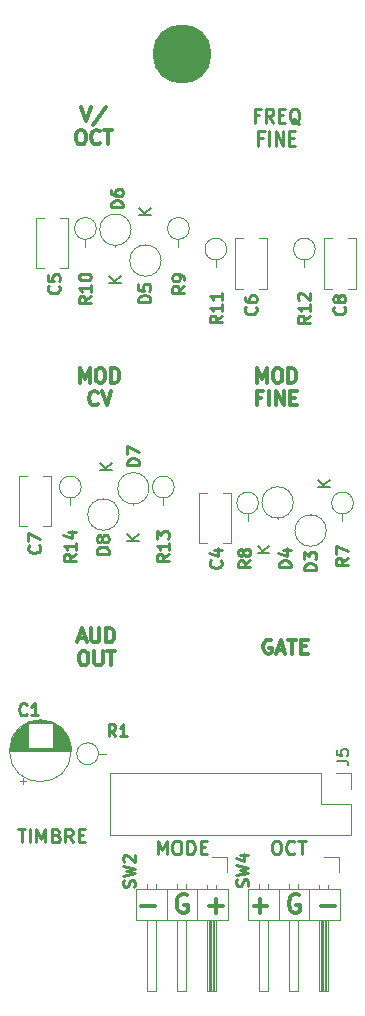
<source format=gto>
%TF.GenerationSoftware,KiCad,Pcbnew,(6.0.1)*%
%TF.CreationDate,2022-10-05T11:06:24-04:00*%
%TF.ProjectId,SYNTH-VCO_CTL-03,53594e54-482d-4564-934f-5f43544c2d30,1*%
%TF.SameCoordinates,Original*%
%TF.FileFunction,Legend,Top*%
%TF.FilePolarity,Positive*%
%FSLAX46Y46*%
G04 Gerber Fmt 4.6, Leading zero omitted, Abs format (unit mm)*
G04 Created by KiCad (PCBNEW (6.0.1)) date 2022-10-05 11:06:24*
%MOMM*%
%LPD*%
G01*
G04 APERTURE LIST*
%ADD10C,0.300000*%
%ADD11C,0.349250*%
%ADD12C,0.285750*%
%ADD13C,0.275000*%
%ADD14C,0.254000*%
%ADD15C,0.150000*%
%ADD16C,0.120000*%
%ADD17C,5.000000*%
G04 APERTURE END LIST*
D10*
X141525428Y-87676857D02*
X141525428Y-86476857D01*
X141925428Y-87334000D01*
X142325428Y-86476857D01*
X142325428Y-87676857D01*
X143125428Y-86476857D02*
X143354000Y-86476857D01*
X143468285Y-86534000D01*
X143582571Y-86648285D01*
X143639714Y-86876857D01*
X143639714Y-87276857D01*
X143582571Y-87505428D01*
X143468285Y-87619714D01*
X143354000Y-87676857D01*
X143125428Y-87676857D01*
X143011142Y-87619714D01*
X142896857Y-87505428D01*
X142839714Y-87276857D01*
X142839714Y-86876857D01*
X142896857Y-86648285D01*
X143011142Y-86534000D01*
X143125428Y-86476857D01*
X144154000Y-87676857D02*
X144154000Y-86476857D01*
X144439714Y-86476857D01*
X144611142Y-86534000D01*
X144725428Y-86648285D01*
X144782571Y-86762571D01*
X144839714Y-86991142D01*
X144839714Y-87162571D01*
X144782571Y-87391142D01*
X144725428Y-87505428D01*
X144611142Y-87619714D01*
X144439714Y-87676857D01*
X144154000Y-87676857D01*
X141868285Y-88980285D02*
X141468285Y-88980285D01*
X141468285Y-89608857D02*
X141468285Y-88408857D01*
X142039714Y-88408857D01*
X142496857Y-89608857D02*
X142496857Y-88408857D01*
X143068285Y-89608857D02*
X143068285Y-88408857D01*
X143754000Y-89608857D01*
X143754000Y-88408857D01*
X144325428Y-88980285D02*
X144725428Y-88980285D01*
X144896857Y-89608857D02*
X144325428Y-89608857D01*
X144325428Y-88408857D01*
X144896857Y-88408857D01*
D11*
X131706857Y-131962485D02*
X132868000Y-131962485D01*
X135553142Y-131062600D02*
X135408000Y-130987609D01*
X135190285Y-130987609D01*
X134972571Y-131062600D01*
X134827428Y-131212580D01*
X134754857Y-131362561D01*
X134682285Y-131662523D01*
X134682285Y-131887495D01*
X134754857Y-132187457D01*
X134827428Y-132337438D01*
X134972571Y-132487419D01*
X135190285Y-132562409D01*
X135335428Y-132562409D01*
X135553142Y-132487419D01*
X135625714Y-132412428D01*
X135625714Y-131887495D01*
X135335428Y-131887495D01*
X137440000Y-131962485D02*
X138601142Y-131962485D01*
X138020571Y-132562409D02*
X138020571Y-131362561D01*
D12*
X133085714Y-127617071D02*
X133085714Y-126474071D01*
X133466714Y-127290500D01*
X133847714Y-126474071D01*
X133847714Y-127617071D01*
X134609714Y-126474071D02*
X134827428Y-126474071D01*
X134936285Y-126528500D01*
X135045142Y-126637357D01*
X135099571Y-126855071D01*
X135099571Y-127236071D01*
X135045142Y-127453785D01*
X134936285Y-127562642D01*
X134827428Y-127617071D01*
X134609714Y-127617071D01*
X134500857Y-127562642D01*
X134392000Y-127453785D01*
X134337571Y-127236071D01*
X134337571Y-126855071D01*
X134392000Y-126637357D01*
X134500857Y-126528500D01*
X134609714Y-126474071D01*
X135589428Y-127617071D02*
X135589428Y-126474071D01*
X135861571Y-126474071D01*
X136024857Y-126528500D01*
X136133714Y-126637357D01*
X136188142Y-126746214D01*
X136242571Y-126963928D01*
X136242571Y-127127214D01*
X136188142Y-127344928D01*
X136133714Y-127453785D01*
X136024857Y-127562642D01*
X135861571Y-127617071D01*
X135589428Y-127617071D01*
X136732428Y-127018357D02*
X137113428Y-127018357D01*
X137276714Y-127617071D02*
X136732428Y-127617071D01*
X136732428Y-126474071D01*
X137276714Y-126474071D01*
D10*
X142704000Y-109500000D02*
X142589714Y-109442857D01*
X142418285Y-109442857D01*
X142246857Y-109500000D01*
X142132571Y-109614285D01*
X142075428Y-109728571D01*
X142018285Y-109957142D01*
X142018285Y-110128571D01*
X142075428Y-110357142D01*
X142132571Y-110471428D01*
X142246857Y-110585714D01*
X142418285Y-110642857D01*
X142532571Y-110642857D01*
X142704000Y-110585714D01*
X142761142Y-110528571D01*
X142761142Y-110128571D01*
X142532571Y-110128571D01*
X143218285Y-110300000D02*
X143789714Y-110300000D01*
X143104000Y-110642857D02*
X143504000Y-109442857D01*
X143904000Y-110642857D01*
X144132571Y-109442857D02*
X144818285Y-109442857D01*
X144475428Y-110642857D02*
X144475428Y-109442857D01*
X145218285Y-110014285D02*
X145618285Y-110014285D01*
X145789714Y-110642857D02*
X145218285Y-110642857D01*
X145218285Y-109442857D01*
X145789714Y-109442857D01*
D12*
X121242071Y-125474071D02*
X121895214Y-125474071D01*
X121568642Y-126617071D02*
X121568642Y-125474071D01*
X122276214Y-126617071D02*
X122276214Y-125474071D01*
X122820500Y-126617071D02*
X122820500Y-125474071D01*
X123201500Y-126290500D01*
X123582500Y-125474071D01*
X123582500Y-126617071D01*
X124507785Y-126018357D02*
X124671071Y-126072785D01*
X124725500Y-126127214D01*
X124779928Y-126236071D01*
X124779928Y-126399357D01*
X124725500Y-126508214D01*
X124671071Y-126562642D01*
X124562214Y-126617071D01*
X124126785Y-126617071D01*
X124126785Y-125474071D01*
X124507785Y-125474071D01*
X124616642Y-125528500D01*
X124671071Y-125582928D01*
X124725500Y-125691785D01*
X124725500Y-125800642D01*
X124671071Y-125909500D01*
X124616642Y-125963928D01*
X124507785Y-126018357D01*
X124126785Y-126018357D01*
X125922928Y-126617071D02*
X125541928Y-126072785D01*
X125269785Y-126617071D02*
X125269785Y-125474071D01*
X125705214Y-125474071D01*
X125814071Y-125528500D01*
X125868500Y-125582928D01*
X125922928Y-125691785D01*
X125922928Y-125855071D01*
X125868500Y-125963928D01*
X125814071Y-126018357D01*
X125705214Y-126072785D01*
X125269785Y-126072785D01*
X126412785Y-126018357D02*
X126793785Y-126018357D01*
X126957071Y-126617071D02*
X126412785Y-126617071D01*
X126412785Y-125474071D01*
X126957071Y-125474071D01*
D10*
X126386714Y-109334000D02*
X126958142Y-109334000D01*
X126272428Y-109676857D02*
X126672428Y-108476857D01*
X127072428Y-109676857D01*
X127472428Y-108476857D02*
X127472428Y-109448285D01*
X127529571Y-109562571D01*
X127586714Y-109619714D01*
X127701000Y-109676857D01*
X127929571Y-109676857D01*
X128043857Y-109619714D01*
X128101000Y-109562571D01*
X128158142Y-109448285D01*
X128158142Y-108476857D01*
X128729571Y-109676857D02*
X128729571Y-108476857D01*
X129015285Y-108476857D01*
X129186714Y-108534000D01*
X129301000Y-108648285D01*
X129358142Y-108762571D01*
X129415285Y-108991142D01*
X129415285Y-109162571D01*
X129358142Y-109391142D01*
X129301000Y-109505428D01*
X129186714Y-109619714D01*
X129015285Y-109676857D01*
X128729571Y-109676857D01*
X126701000Y-110408857D02*
X126929571Y-110408857D01*
X127043857Y-110466000D01*
X127158142Y-110580285D01*
X127215285Y-110808857D01*
X127215285Y-111208857D01*
X127158142Y-111437428D01*
X127043857Y-111551714D01*
X126929571Y-111608857D01*
X126701000Y-111608857D01*
X126586714Y-111551714D01*
X126472428Y-111437428D01*
X126415285Y-111208857D01*
X126415285Y-110808857D01*
X126472428Y-110580285D01*
X126586714Y-110466000D01*
X126701000Y-110408857D01*
X127729571Y-110408857D02*
X127729571Y-111380285D01*
X127786714Y-111494571D01*
X127843857Y-111551714D01*
X127958142Y-111608857D01*
X128186714Y-111608857D01*
X128301000Y-111551714D01*
X128358142Y-111494571D01*
X128415285Y-111380285D01*
X128415285Y-110408857D01*
X128815285Y-110408857D02*
X129501000Y-110408857D01*
X129158142Y-111608857D02*
X129158142Y-110408857D01*
X126618428Y-64366857D02*
X127018428Y-65566857D01*
X127418428Y-64366857D01*
X128675571Y-64309714D02*
X127647000Y-65852571D01*
X126475571Y-66298857D02*
X126704142Y-66298857D01*
X126818428Y-66356000D01*
X126932714Y-66470285D01*
X126989857Y-66698857D01*
X126989857Y-67098857D01*
X126932714Y-67327428D01*
X126818428Y-67441714D01*
X126704142Y-67498857D01*
X126475571Y-67498857D01*
X126361285Y-67441714D01*
X126247000Y-67327428D01*
X126189857Y-67098857D01*
X126189857Y-66698857D01*
X126247000Y-66470285D01*
X126361285Y-66356000D01*
X126475571Y-66298857D01*
X128189857Y-67384571D02*
X128132714Y-67441714D01*
X127961285Y-67498857D01*
X127847000Y-67498857D01*
X127675571Y-67441714D01*
X127561285Y-67327428D01*
X127504142Y-67213142D01*
X127447000Y-66984571D01*
X127447000Y-66813142D01*
X127504142Y-66584571D01*
X127561285Y-66470285D01*
X127675571Y-66356000D01*
X127847000Y-66298857D01*
X127961285Y-66298857D01*
X128132714Y-66356000D01*
X128189857Y-66413142D01*
X128532714Y-66298857D02*
X129218428Y-66298857D01*
X128875571Y-67498857D02*
X128875571Y-66298857D01*
D12*
X143038214Y-126474071D02*
X143255928Y-126474071D01*
X143364785Y-126528500D01*
X143473642Y-126637357D01*
X143528071Y-126855071D01*
X143528071Y-127236071D01*
X143473642Y-127453785D01*
X143364785Y-127562642D01*
X143255928Y-127617071D01*
X143038214Y-127617071D01*
X142929357Y-127562642D01*
X142820500Y-127453785D01*
X142766071Y-127236071D01*
X142766071Y-126855071D01*
X142820500Y-126637357D01*
X142929357Y-126528500D01*
X143038214Y-126474071D01*
X144671071Y-127508214D02*
X144616642Y-127562642D01*
X144453357Y-127617071D01*
X144344500Y-127617071D01*
X144181214Y-127562642D01*
X144072357Y-127453785D01*
X144017928Y-127344928D01*
X143963500Y-127127214D01*
X143963500Y-126963928D01*
X144017928Y-126746214D01*
X144072357Y-126637357D01*
X144181214Y-126528500D01*
X144344500Y-126474071D01*
X144453357Y-126474071D01*
X144616642Y-126528500D01*
X144671071Y-126582928D01*
X144997642Y-126474071D02*
X145650785Y-126474071D01*
X145324214Y-127617071D02*
X145324214Y-126474071D01*
D10*
X126525428Y-87676857D02*
X126525428Y-86476857D01*
X126925428Y-87334000D01*
X127325428Y-86476857D01*
X127325428Y-87676857D01*
X128125428Y-86476857D02*
X128354000Y-86476857D01*
X128468285Y-86534000D01*
X128582571Y-86648285D01*
X128639714Y-86876857D01*
X128639714Y-87276857D01*
X128582571Y-87505428D01*
X128468285Y-87619714D01*
X128354000Y-87676857D01*
X128125428Y-87676857D01*
X128011142Y-87619714D01*
X127896857Y-87505428D01*
X127839714Y-87276857D01*
X127839714Y-86876857D01*
X127896857Y-86648285D01*
X128011142Y-86534000D01*
X128125428Y-86476857D01*
X129154000Y-87676857D02*
X129154000Y-86476857D01*
X129439714Y-86476857D01*
X129611142Y-86534000D01*
X129725428Y-86648285D01*
X129782571Y-86762571D01*
X129839714Y-86991142D01*
X129839714Y-87162571D01*
X129782571Y-87391142D01*
X129725428Y-87505428D01*
X129611142Y-87619714D01*
X129439714Y-87676857D01*
X129154000Y-87676857D01*
X128011142Y-89494571D02*
X127954000Y-89551714D01*
X127782571Y-89608857D01*
X127668285Y-89608857D01*
X127496857Y-89551714D01*
X127382571Y-89437428D01*
X127325428Y-89323142D01*
X127268285Y-89094571D01*
X127268285Y-88923142D01*
X127325428Y-88694571D01*
X127382571Y-88580285D01*
X127496857Y-88466000D01*
X127668285Y-88408857D01*
X127782571Y-88408857D01*
X127954000Y-88466000D01*
X128011142Y-88523142D01*
X128354000Y-88408857D02*
X128754000Y-89608857D01*
X129154000Y-88408857D01*
D13*
X141687333Y-65048285D02*
X141320666Y-65048285D01*
X141320666Y-65676857D02*
X141320666Y-64476857D01*
X141844476Y-64476857D01*
X142892095Y-65676857D02*
X142525428Y-65105428D01*
X142263523Y-65676857D02*
X142263523Y-64476857D01*
X142682571Y-64476857D01*
X142787333Y-64534000D01*
X142839714Y-64591142D01*
X142892095Y-64705428D01*
X142892095Y-64876857D01*
X142839714Y-64991142D01*
X142787333Y-65048285D01*
X142682571Y-65105428D01*
X142263523Y-65105428D01*
X143363523Y-65048285D02*
X143730190Y-65048285D01*
X143887333Y-65676857D02*
X143363523Y-65676857D01*
X143363523Y-64476857D01*
X143887333Y-64476857D01*
X145092095Y-65791142D02*
X144987333Y-65734000D01*
X144882571Y-65619714D01*
X144725428Y-65448285D01*
X144620666Y-65391142D01*
X144515904Y-65391142D01*
X144568285Y-65676857D02*
X144463523Y-65619714D01*
X144358761Y-65505428D01*
X144306380Y-65276857D01*
X144306380Y-64876857D01*
X144358761Y-64648285D01*
X144463523Y-64534000D01*
X144568285Y-64476857D01*
X144777809Y-64476857D01*
X144882571Y-64534000D01*
X144987333Y-64648285D01*
X145039714Y-64876857D01*
X145039714Y-65276857D01*
X144987333Y-65505428D01*
X144882571Y-65619714D01*
X144777809Y-65676857D01*
X144568285Y-65676857D01*
X141975428Y-66980285D02*
X141608761Y-66980285D01*
X141608761Y-67608857D02*
X141608761Y-66408857D01*
X142132571Y-66408857D01*
X142551619Y-67608857D02*
X142551619Y-66408857D01*
X143075428Y-67608857D02*
X143075428Y-66408857D01*
X143704000Y-67608857D01*
X143704000Y-66408857D01*
X144227809Y-66980285D02*
X144594476Y-66980285D01*
X144751619Y-67608857D02*
X144227809Y-67608857D01*
X144227809Y-66408857D01*
X144751619Y-66408857D01*
D11*
X141206857Y-131962485D02*
X142368000Y-131962485D01*
X141787428Y-132562409D02*
X141787428Y-131362561D01*
X145053142Y-131062600D02*
X144908000Y-130987609D01*
X144690285Y-130987609D01*
X144472571Y-131062600D01*
X144327428Y-131212580D01*
X144254857Y-131362561D01*
X144182285Y-131662523D01*
X144182285Y-131887495D01*
X144254857Y-132187457D01*
X144327428Y-132337438D01*
X144472571Y-132487419D01*
X144690285Y-132562409D01*
X144835428Y-132562409D01*
X145053142Y-132487419D01*
X145125714Y-132412428D01*
X145125714Y-131887495D01*
X144835428Y-131887495D01*
X146940000Y-131962485D02*
X148101142Y-131962485D01*
D14*
%TO.C,R7*%
X149193619Y-102549333D02*
X148709809Y-102888000D01*
X149193619Y-103129904D02*
X148177619Y-103129904D01*
X148177619Y-102742857D01*
X148226000Y-102646095D01*
X148274380Y-102597714D01*
X148371142Y-102549333D01*
X148516285Y-102549333D01*
X148613047Y-102597714D01*
X148661428Y-102646095D01*
X148709809Y-102742857D01*
X148709809Y-103129904D01*
X148177619Y-102210666D02*
X148177619Y-101533333D01*
X149193619Y-101968761D01*
%TO.C,D5*%
X132468619Y-80871277D02*
X131452619Y-80871277D01*
X131452619Y-80629373D01*
X131501000Y-80484230D01*
X131597761Y-80387468D01*
X131694523Y-80339087D01*
X131888047Y-80290706D01*
X132033190Y-80290706D01*
X132226714Y-80339087D01*
X132323476Y-80387468D01*
X132420238Y-80484230D01*
X132468619Y-80629373D01*
X132468619Y-80871277D01*
X131452619Y-79371468D02*
X131452619Y-79855277D01*
X131936428Y-79903658D01*
X131888047Y-79855277D01*
X131839666Y-79758515D01*
X131839666Y-79516611D01*
X131888047Y-79419849D01*
X131936428Y-79371468D01*
X132033190Y-79323087D01*
X132275095Y-79323087D01*
X132371857Y-79371468D01*
X132420238Y-79419849D01*
X132468619Y-79516611D01*
X132468619Y-79758515D01*
X132420238Y-79855277D01*
X132371857Y-79903658D01*
D15*
X132544380Y-73490904D02*
X131544380Y-73490904D01*
X132544380Y-72919476D02*
X131972952Y-73348047D01*
X131544380Y-72919476D02*
X132115809Y-73490904D01*
D14*
%TO.C,D8*%
X128948619Y-102172904D02*
X127932619Y-102172904D01*
X127932619Y-101931000D01*
X127981000Y-101785857D01*
X128077761Y-101689095D01*
X128174523Y-101640714D01*
X128368047Y-101592333D01*
X128513190Y-101592333D01*
X128706714Y-101640714D01*
X128803476Y-101689095D01*
X128900238Y-101785857D01*
X128948619Y-101931000D01*
X128948619Y-102172904D01*
X128368047Y-101011761D02*
X128319666Y-101108523D01*
X128271285Y-101156904D01*
X128174523Y-101205285D01*
X128126142Y-101205285D01*
X128029380Y-101156904D01*
X127981000Y-101108523D01*
X127932619Y-101011761D01*
X127932619Y-100818238D01*
X127981000Y-100721476D01*
X128029380Y-100673095D01*
X128126142Y-100624714D01*
X128174523Y-100624714D01*
X128271285Y-100673095D01*
X128319666Y-100721476D01*
X128368047Y-100818238D01*
X128368047Y-101011761D01*
X128416428Y-101108523D01*
X128464809Y-101156904D01*
X128561571Y-101205285D01*
X128755095Y-101205285D01*
X128851857Y-101156904D01*
X128900238Y-101108523D01*
X128948619Y-101011761D01*
X128948619Y-100818238D01*
X128900238Y-100721476D01*
X128851857Y-100673095D01*
X128755095Y-100624714D01*
X128561571Y-100624714D01*
X128464809Y-100673095D01*
X128416428Y-100721476D01*
X128368047Y-100818238D01*
D15*
X129242380Y-95080904D02*
X128242380Y-95080904D01*
X129242380Y-94509476D02*
X128670952Y-94938047D01*
X128242380Y-94509476D02*
X128813809Y-95080904D01*
D14*
%TO.C,SW2*%
X131120249Y-130384664D02*
X131168630Y-130239521D01*
X131168630Y-129997617D01*
X131120249Y-129900855D01*
X131071868Y-129852474D01*
X130975106Y-129804093D01*
X130878344Y-129804093D01*
X130781582Y-129852474D01*
X130733201Y-129900855D01*
X130684820Y-129997617D01*
X130636439Y-130191140D01*
X130588058Y-130287902D01*
X130539677Y-130336283D01*
X130442915Y-130384664D01*
X130346153Y-130384664D01*
X130249391Y-130336283D01*
X130201011Y-130287902D01*
X130152630Y-130191140D01*
X130152630Y-129949236D01*
X130201011Y-129804093D01*
X130152630Y-129465426D02*
X131168630Y-129223521D01*
X130442915Y-129029998D01*
X131168630Y-128836474D01*
X130152630Y-128594569D01*
X130249391Y-128255902D02*
X130201011Y-128207521D01*
X130152630Y-128110759D01*
X130152630Y-127868855D01*
X130201011Y-127772093D01*
X130249391Y-127723712D01*
X130346153Y-127675331D01*
X130442915Y-127675331D01*
X130588058Y-127723712D01*
X131168630Y-128304283D01*
X131168630Y-127675331D01*
%TO.C,D6*%
X130138619Y-72835904D02*
X129122619Y-72835904D01*
X129122619Y-72594000D01*
X129171000Y-72448857D01*
X129267761Y-72352095D01*
X129364523Y-72303714D01*
X129558047Y-72255333D01*
X129703190Y-72255333D01*
X129896714Y-72303714D01*
X129993476Y-72352095D01*
X130090238Y-72448857D01*
X130138619Y-72594000D01*
X130138619Y-72835904D01*
X129122619Y-71384476D02*
X129122619Y-71578000D01*
X129171000Y-71674761D01*
X129219380Y-71723142D01*
X129364523Y-71819904D01*
X129558047Y-71868285D01*
X129945095Y-71868285D01*
X130041857Y-71819904D01*
X130090238Y-71771523D01*
X130138619Y-71674761D01*
X130138619Y-71481238D01*
X130090238Y-71384476D01*
X130041857Y-71336095D01*
X129945095Y-71287714D01*
X129703190Y-71287714D01*
X129606428Y-71336095D01*
X129558047Y-71384476D01*
X129509666Y-71481238D01*
X129509666Y-71674761D01*
X129558047Y-71771523D01*
X129606428Y-71819904D01*
X129703190Y-71868285D01*
D15*
X130004380Y-79205904D02*
X129004380Y-79205904D01*
X130004380Y-78634476D02*
X129432952Y-79063047D01*
X129004380Y-78634476D02*
X129575809Y-79205904D01*
D14*
%TO.C,R13*%
X134028619Y-102203142D02*
X133544809Y-102541809D01*
X134028619Y-102783714D02*
X133012619Y-102783714D01*
X133012619Y-102396666D01*
X133061000Y-102299904D01*
X133109380Y-102251523D01*
X133206142Y-102203142D01*
X133351285Y-102203142D01*
X133448047Y-102251523D01*
X133496428Y-102299904D01*
X133544809Y-102396666D01*
X133544809Y-102783714D01*
X134028619Y-101235523D02*
X134028619Y-101816095D01*
X134028619Y-101525809D02*
X133012619Y-101525809D01*
X133157761Y-101622571D01*
X133254523Y-101719333D01*
X133302904Y-101816095D01*
X133012619Y-100896857D02*
X133012619Y-100267904D01*
X133399666Y-100606571D01*
X133399666Y-100461428D01*
X133448047Y-100364666D01*
X133496428Y-100316285D01*
X133593190Y-100267904D01*
X133835095Y-100267904D01*
X133931857Y-100316285D01*
X133980238Y-100364666D01*
X134028619Y-100461428D01*
X134028619Y-100751714D01*
X133980238Y-100848476D01*
X133931857Y-100896857D01*
%TO.C,R12*%
X145968619Y-82033142D02*
X145484809Y-82371809D01*
X145968619Y-82613714D02*
X144952619Y-82613714D01*
X144952619Y-82226666D01*
X145001000Y-82129904D01*
X145049380Y-82081523D01*
X145146142Y-82033142D01*
X145291285Y-82033142D01*
X145388047Y-82081523D01*
X145436428Y-82129904D01*
X145484809Y-82226666D01*
X145484809Y-82613714D01*
X145968619Y-81065523D02*
X145968619Y-81646095D01*
X145968619Y-81355809D02*
X144952619Y-81355809D01*
X145097761Y-81452571D01*
X145194523Y-81549333D01*
X145242904Y-81646095D01*
X145049380Y-80678476D02*
X145001000Y-80630095D01*
X144952619Y-80533333D01*
X144952619Y-80291428D01*
X145001000Y-80194666D01*
X145049380Y-80146285D01*
X145146142Y-80097904D01*
X145242904Y-80097904D01*
X145388047Y-80146285D01*
X145968619Y-80726857D01*
X145968619Y-80097904D01*
%TO.C,C4*%
X138423857Y-102735333D02*
X138472238Y-102783714D01*
X138520619Y-102928857D01*
X138520619Y-103025619D01*
X138472238Y-103170761D01*
X138375476Y-103267523D01*
X138278714Y-103315904D01*
X138085190Y-103364285D01*
X137940047Y-103364285D01*
X137746523Y-103315904D01*
X137649761Y-103267523D01*
X137553000Y-103170761D01*
X137504619Y-103025619D01*
X137504619Y-102928857D01*
X137553000Y-102783714D01*
X137601380Y-102735333D01*
X137843285Y-101864476D02*
X138520619Y-101864476D01*
X137456238Y-102106380D02*
X138181952Y-102348285D01*
X138181952Y-101719333D01*
%TO.C,C5*%
X124707857Y-79494333D02*
X124756238Y-79542714D01*
X124804619Y-79687857D01*
X124804619Y-79784619D01*
X124756238Y-79929761D01*
X124659476Y-80026523D01*
X124562714Y-80074904D01*
X124369190Y-80123285D01*
X124224047Y-80123285D01*
X124030523Y-80074904D01*
X123933761Y-80026523D01*
X123837000Y-79929761D01*
X123788619Y-79784619D01*
X123788619Y-79687857D01*
X123837000Y-79542714D01*
X123885380Y-79494333D01*
X123788619Y-78575095D02*
X123788619Y-79058904D01*
X124272428Y-79107285D01*
X124224047Y-79058904D01*
X124175666Y-78962142D01*
X124175666Y-78720238D01*
X124224047Y-78623476D01*
X124272428Y-78575095D01*
X124369190Y-78526714D01*
X124611095Y-78526714D01*
X124707857Y-78575095D01*
X124756238Y-78623476D01*
X124804619Y-78720238D01*
X124804619Y-78962142D01*
X124756238Y-79058904D01*
X124707857Y-79107285D01*
%TO.C,SW4*%
X140722249Y-130327666D02*
X140770630Y-130182523D01*
X140770630Y-129940619D01*
X140722249Y-129843857D01*
X140673868Y-129795476D01*
X140577106Y-129747095D01*
X140480344Y-129747095D01*
X140383582Y-129795476D01*
X140335201Y-129843857D01*
X140286820Y-129940619D01*
X140238439Y-130134142D01*
X140190058Y-130230904D01*
X140141677Y-130279285D01*
X140044915Y-130327666D01*
X139948153Y-130327666D01*
X139851391Y-130279285D01*
X139803011Y-130230904D01*
X139754630Y-130134142D01*
X139754630Y-129892238D01*
X139803011Y-129747095D01*
X139754630Y-129408428D02*
X140770630Y-129166523D01*
X140044915Y-128973000D01*
X140770630Y-128779476D01*
X139754630Y-128537571D01*
X140093296Y-127715095D02*
X140770630Y-127715095D01*
X139706249Y-127957000D02*
X140431963Y-128198904D01*
X140431963Y-127569952D01*
%TO.C,D4*%
X144362619Y-103315904D02*
X143346619Y-103315904D01*
X143346619Y-103074000D01*
X143395000Y-102928857D01*
X143491761Y-102832095D01*
X143588523Y-102783714D01*
X143782047Y-102735333D01*
X143927190Y-102735333D01*
X144120714Y-102783714D01*
X144217476Y-102832095D01*
X144314238Y-102928857D01*
X144362619Y-103074000D01*
X144362619Y-103315904D01*
X143685285Y-101864476D02*
X144362619Y-101864476D01*
X143298238Y-102106380D02*
X144023952Y-102348285D01*
X144023952Y-101719333D01*
D15*
X142549380Y-102098532D02*
X141549380Y-102098532D01*
X142549380Y-101527104D02*
X141977952Y-101955675D01*
X141549380Y-101527104D02*
X142120809Y-102098532D01*
D14*
%TO.C,R8*%
X140933619Y-102735333D02*
X140449809Y-103074000D01*
X140933619Y-103315904D02*
X139917619Y-103315904D01*
X139917619Y-102928857D01*
X139966000Y-102832095D01*
X140014380Y-102783714D01*
X140111142Y-102735333D01*
X140256285Y-102735333D01*
X140353047Y-102783714D01*
X140401428Y-102832095D01*
X140449809Y-102928857D01*
X140449809Y-103315904D01*
X140353047Y-102154761D02*
X140304666Y-102251523D01*
X140256285Y-102299904D01*
X140159523Y-102348285D01*
X140111142Y-102348285D01*
X140014380Y-102299904D01*
X139966000Y-102251523D01*
X139917619Y-102154761D01*
X139917619Y-101961238D01*
X139966000Y-101864476D01*
X140014380Y-101816095D01*
X140111142Y-101767714D01*
X140159523Y-101767714D01*
X140256285Y-101816095D01*
X140304666Y-101864476D01*
X140353047Y-101961238D01*
X140353047Y-102154761D01*
X140401428Y-102251523D01*
X140449809Y-102299904D01*
X140546571Y-102348285D01*
X140740095Y-102348285D01*
X140836857Y-102299904D01*
X140885238Y-102251523D01*
X140933619Y-102154761D01*
X140933619Y-101961238D01*
X140885238Y-101864476D01*
X140836857Y-101816095D01*
X140740095Y-101767714D01*
X140546571Y-101767714D01*
X140449809Y-101816095D01*
X140401428Y-101864476D01*
X140353047Y-101961238D01*
%TO.C,R9*%
X135345619Y-79494333D02*
X134861809Y-79833000D01*
X135345619Y-80074904D02*
X134329619Y-80074904D01*
X134329619Y-79687857D01*
X134378000Y-79591095D01*
X134426380Y-79542714D01*
X134523142Y-79494333D01*
X134668285Y-79494333D01*
X134765047Y-79542714D01*
X134813428Y-79591095D01*
X134861809Y-79687857D01*
X134861809Y-80074904D01*
X135345619Y-79010523D02*
X135345619Y-78817000D01*
X135297238Y-78720238D01*
X135248857Y-78671857D01*
X135103714Y-78575095D01*
X134910190Y-78526714D01*
X134523142Y-78526714D01*
X134426380Y-78575095D01*
X134378000Y-78623476D01*
X134329619Y-78720238D01*
X134329619Y-78913761D01*
X134378000Y-79010523D01*
X134426380Y-79058904D01*
X134523142Y-79107285D01*
X134765047Y-79107285D01*
X134861809Y-79058904D01*
X134910190Y-79010523D01*
X134958571Y-78913761D01*
X134958571Y-78720238D01*
X134910190Y-78623476D01*
X134861809Y-78575095D01*
X134765047Y-78526714D01*
%TO.C,C7*%
X123056857Y-101465333D02*
X123105238Y-101513714D01*
X123153619Y-101658857D01*
X123153619Y-101755619D01*
X123105238Y-101900761D01*
X123008476Y-101997523D01*
X122911714Y-102045904D01*
X122718190Y-102094285D01*
X122573047Y-102094285D01*
X122379523Y-102045904D01*
X122282761Y-101997523D01*
X122186000Y-101900761D01*
X122137619Y-101755619D01*
X122137619Y-101658857D01*
X122186000Y-101513714D01*
X122234380Y-101465333D01*
X122137619Y-101126666D02*
X122137619Y-100449333D01*
X123153619Y-100884761D01*
%TO.C,D7*%
X131535619Y-94679904D02*
X130519619Y-94679904D01*
X130519619Y-94438000D01*
X130568000Y-94292857D01*
X130664761Y-94196095D01*
X130761523Y-94147714D01*
X130955047Y-94099333D01*
X131100190Y-94099333D01*
X131293714Y-94147714D01*
X131390476Y-94196095D01*
X131487238Y-94292857D01*
X131535619Y-94438000D01*
X131535619Y-94679904D01*
X130519619Y-93760666D02*
X130519619Y-93083333D01*
X131535619Y-93518761D01*
D15*
X131528380Y-101049904D02*
X130528380Y-101049904D01*
X131528380Y-100478476D02*
X130956952Y-100907047D01*
X130528380Y-100478476D02*
X131099809Y-101049904D01*
D14*
%TO.C,R1*%
X129509666Y-117630619D02*
X129171000Y-117146809D01*
X128929095Y-117630619D02*
X128929095Y-116614619D01*
X129316142Y-116614619D01*
X129412904Y-116663000D01*
X129461285Y-116711380D01*
X129509666Y-116808142D01*
X129509666Y-116953285D01*
X129461285Y-117050047D01*
X129412904Y-117098428D01*
X129316142Y-117146809D01*
X128929095Y-117146809D01*
X130477285Y-117630619D02*
X129896714Y-117630619D01*
X130187000Y-117630619D02*
X130187000Y-116614619D01*
X130090238Y-116759761D01*
X129993476Y-116856523D01*
X129896714Y-116904904D01*
%TO.C,D3*%
X146521619Y-103569904D02*
X145505619Y-103569904D01*
X145505619Y-103328000D01*
X145554000Y-103182857D01*
X145650761Y-103086095D01*
X145747523Y-103037714D01*
X145941047Y-102989333D01*
X146086190Y-102989333D01*
X146279714Y-103037714D01*
X146376476Y-103086095D01*
X146473238Y-103182857D01*
X146521619Y-103328000D01*
X146521619Y-103569904D01*
X145505619Y-102650666D02*
X145505619Y-102021714D01*
X145892666Y-102360380D01*
X145892666Y-102215238D01*
X145941047Y-102118476D01*
X145989428Y-102070095D01*
X146086190Y-102021714D01*
X146328095Y-102021714D01*
X146424857Y-102070095D01*
X146473238Y-102118476D01*
X146521619Y-102215238D01*
X146521619Y-102505523D01*
X146473238Y-102602285D01*
X146424857Y-102650666D01*
D15*
X147657380Y-96477904D02*
X146657380Y-96477904D01*
X147657380Y-95906476D02*
X147085952Y-96335047D01*
X146657380Y-95906476D02*
X147228809Y-96477904D01*
%TO.C,J5*%
X148231380Y-119708333D02*
X148945666Y-119708333D01*
X149088523Y-119755952D01*
X149183761Y-119851190D01*
X149231380Y-119994047D01*
X149231380Y-120089285D01*
X148231380Y-118755952D02*
X148231380Y-119232142D01*
X148707571Y-119279761D01*
X148659952Y-119232142D01*
X148612333Y-119136904D01*
X148612333Y-118898809D01*
X148659952Y-118803571D01*
X148707571Y-118755952D01*
X148802809Y-118708333D01*
X149040904Y-118708333D01*
X149136142Y-118755952D01*
X149183761Y-118803571D01*
X149231380Y-118898809D01*
X149231380Y-119136904D01*
X149183761Y-119232142D01*
X149136142Y-119279761D01*
D14*
%TO.C,R11*%
X138520619Y-82010142D02*
X138036809Y-82348809D01*
X138520619Y-82590714D02*
X137504619Y-82590714D01*
X137504619Y-82203666D01*
X137553000Y-82106904D01*
X137601380Y-82058523D01*
X137698142Y-82010142D01*
X137843285Y-82010142D01*
X137940047Y-82058523D01*
X137988428Y-82106904D01*
X138036809Y-82203666D01*
X138036809Y-82590714D01*
X138520619Y-81042523D02*
X138520619Y-81623095D01*
X138520619Y-81332809D02*
X137504619Y-81332809D01*
X137649761Y-81429571D01*
X137746523Y-81526333D01*
X137794904Y-81623095D01*
X138520619Y-80074904D02*
X138520619Y-80655476D01*
X138520619Y-80365190D02*
X137504619Y-80365190D01*
X137649761Y-80461952D01*
X137746523Y-80558714D01*
X137794904Y-80655476D01*
%TO.C,R14*%
X126153619Y-102203142D02*
X125669809Y-102541809D01*
X126153619Y-102783714D02*
X125137619Y-102783714D01*
X125137619Y-102396666D01*
X125186000Y-102299904D01*
X125234380Y-102251523D01*
X125331142Y-102203142D01*
X125476285Y-102203142D01*
X125573047Y-102251523D01*
X125621428Y-102299904D01*
X125669809Y-102396666D01*
X125669809Y-102783714D01*
X126153619Y-101235523D02*
X126153619Y-101816095D01*
X126153619Y-101525809D02*
X125137619Y-101525809D01*
X125282761Y-101622571D01*
X125379523Y-101719333D01*
X125427904Y-101816095D01*
X125476285Y-100364666D02*
X126153619Y-100364666D01*
X125089238Y-100606571D02*
X125814952Y-100848476D01*
X125814952Y-100219523D01*
%TO.C,C8*%
X148871857Y-81269333D02*
X148920238Y-81317714D01*
X148968619Y-81462857D01*
X148968619Y-81559619D01*
X148920238Y-81704761D01*
X148823476Y-81801523D01*
X148726714Y-81849904D01*
X148533190Y-81898285D01*
X148388047Y-81898285D01*
X148194523Y-81849904D01*
X148097761Y-81801523D01*
X148001000Y-81704761D01*
X147952619Y-81559619D01*
X147952619Y-81462857D01*
X148001000Y-81317714D01*
X148049380Y-81269333D01*
X148388047Y-80688761D02*
X148339666Y-80785523D01*
X148291285Y-80833904D01*
X148194523Y-80882285D01*
X148146142Y-80882285D01*
X148049380Y-80833904D01*
X148001000Y-80785523D01*
X147952619Y-80688761D01*
X147952619Y-80495238D01*
X148001000Y-80398476D01*
X148049380Y-80350095D01*
X148146142Y-80301714D01*
X148194523Y-80301714D01*
X148291285Y-80350095D01*
X148339666Y-80398476D01*
X148388047Y-80495238D01*
X148388047Y-80688761D01*
X148436428Y-80785523D01*
X148484809Y-80833904D01*
X148581571Y-80882285D01*
X148775095Y-80882285D01*
X148871857Y-80833904D01*
X148920238Y-80785523D01*
X148968619Y-80688761D01*
X148968619Y-80495238D01*
X148920238Y-80398476D01*
X148871857Y-80350095D01*
X148775095Y-80301714D01*
X148581571Y-80301714D01*
X148484809Y-80350095D01*
X148436428Y-80398476D01*
X148388047Y-80495238D01*
%TO.C,C1*%
X121984666Y-115757744D02*
X121936285Y-115806125D01*
X121791142Y-115854506D01*
X121694380Y-115854506D01*
X121549238Y-115806125D01*
X121452476Y-115709363D01*
X121404095Y-115612601D01*
X121355714Y-115419077D01*
X121355714Y-115273934D01*
X121404095Y-115080410D01*
X121452476Y-114983648D01*
X121549238Y-114886887D01*
X121694380Y-114838506D01*
X121791142Y-114838506D01*
X121936285Y-114886887D01*
X121984666Y-114935267D01*
X122952285Y-115854506D02*
X122371714Y-115854506D01*
X122662000Y-115854506D02*
X122662000Y-114838506D01*
X122565238Y-114983648D01*
X122468476Y-115080410D01*
X122371714Y-115128791D01*
%TO.C,R10*%
X127428619Y-80388828D02*
X126944809Y-80727495D01*
X127428619Y-80969400D02*
X126412619Y-80969400D01*
X126412619Y-80582352D01*
X126461000Y-80485590D01*
X126509380Y-80437209D01*
X126606142Y-80388828D01*
X126751285Y-80388828D01*
X126848047Y-80437209D01*
X126896428Y-80485590D01*
X126944809Y-80582352D01*
X126944809Y-80969400D01*
X127428619Y-79421209D02*
X127428619Y-80001781D01*
X127428619Y-79711495D02*
X126412619Y-79711495D01*
X126557761Y-79808257D01*
X126654523Y-79905019D01*
X126702904Y-80001781D01*
X126412619Y-78792257D02*
X126412619Y-78695495D01*
X126461000Y-78598733D01*
X126509380Y-78550352D01*
X126606142Y-78501971D01*
X126799666Y-78453590D01*
X127041571Y-78453590D01*
X127235095Y-78501971D01*
X127331857Y-78550352D01*
X127380238Y-78598733D01*
X127428619Y-78695495D01*
X127428619Y-78792257D01*
X127380238Y-78889019D01*
X127331857Y-78937400D01*
X127235095Y-78985781D01*
X127041571Y-79034162D01*
X126799666Y-79034162D01*
X126606142Y-78985781D01*
X126509380Y-78937400D01*
X126461000Y-78889019D01*
X126412619Y-78792257D01*
%TO.C,C6*%
X141371857Y-81269333D02*
X141420238Y-81317714D01*
X141468619Y-81462857D01*
X141468619Y-81559619D01*
X141420238Y-81704761D01*
X141323476Y-81801523D01*
X141226714Y-81849904D01*
X141033190Y-81898285D01*
X140888047Y-81898285D01*
X140694523Y-81849904D01*
X140597761Y-81801523D01*
X140501000Y-81704761D01*
X140452619Y-81559619D01*
X140452619Y-81462857D01*
X140501000Y-81317714D01*
X140549380Y-81269333D01*
X140452619Y-80398476D02*
X140452619Y-80592000D01*
X140501000Y-80688761D01*
X140549380Y-80737142D01*
X140694523Y-80833904D01*
X140888047Y-80882285D01*
X141275095Y-80882285D01*
X141371857Y-80833904D01*
X141420238Y-80785523D01*
X141468619Y-80688761D01*
X141468619Y-80495238D01*
X141420238Y-80398476D01*
X141371857Y-80350095D01*
X141275095Y-80301714D01*
X141033190Y-80301714D01*
X140936428Y-80350095D01*
X140888047Y-80398476D01*
X140839666Y-80495238D01*
X140839666Y-80688761D01*
X140888047Y-80785523D01*
X140936428Y-80833904D01*
X141033190Y-80882285D01*
D16*
%TO.C,R7*%
X148734000Y-98800000D02*
X148734000Y-99420000D01*
X149654000Y-97880000D02*
G75*
G03*
X149654000Y-97880000I-920000J0D01*
G01*
%TO.C,D5*%
X132049000Y-76023630D02*
X132049000Y-75910001D01*
X133375371Y-77350001D02*
G75*
G03*
X133375371Y-77350001I-1326371J0D01*
G01*
%TO.C,D8*%
X128489000Y-97527944D02*
X128489000Y-97414315D01*
X129815371Y-98854315D02*
G75*
G03*
X129815371Y-98854315I-1326371J0D01*
G01*
%TO.C,SW2*%
X134759000Y-139200000D02*
X134759000Y-133200000D01*
X131269000Y-133200000D02*
X139009000Y-133200000D01*
X132219000Y-139200000D02*
X132219000Y-133200000D01*
X137639000Y-133200000D02*
X137639000Y-139200000D01*
X137759000Y-133200000D02*
X137759000Y-139200000D01*
X132979000Y-139200000D02*
X132219000Y-139200000D01*
X138949000Y-127830000D02*
X138949000Y-129100000D01*
X137679000Y-127830000D02*
X138949000Y-127830000D01*
X138059000Y-133200000D02*
X138059000Y-139200000D01*
X137879000Y-133200000D02*
X137879000Y-139200000D01*
X137299000Y-139200000D02*
X137299000Y-133200000D01*
X137399000Y-133200000D02*
X137399000Y-139200000D01*
X137519000Y-133200000D02*
X137519000Y-139200000D01*
X138059000Y-139200000D02*
X137299000Y-139200000D01*
X132979000Y-130142929D02*
X132979000Y-130540000D01*
X136409000Y-130540000D02*
X136409000Y-133200000D01*
X132979000Y-133200000D02*
X132979000Y-139200000D01*
X137999000Y-133200000D02*
X137999000Y-139200000D01*
X134759000Y-130142929D02*
X134759000Y-130540000D01*
X132219000Y-130142929D02*
X132219000Y-130540000D01*
X139009000Y-133200000D02*
X139009000Y-130540000D01*
X138059000Y-130210000D02*
X138059000Y-130540000D01*
X135519000Y-139200000D02*
X134759000Y-139200000D01*
X135519000Y-130142929D02*
X135519000Y-130540000D01*
X135519000Y-133200000D02*
X135519000Y-139200000D01*
X131269000Y-130540000D02*
X131269000Y-133200000D01*
X139009000Y-130540000D02*
X131269000Y-130540000D01*
X133869000Y-130540000D02*
X133869000Y-133200000D01*
X137299000Y-130210000D02*
X137299000Y-130540000D01*
%TO.C,D6*%
X129509000Y-76062057D02*
X129509000Y-76175686D01*
X130835371Y-74735686D02*
G75*
G03*
X130835371Y-74735686I-1326371J0D01*
G01*
%TO.C,R13*%
X133569000Y-97440000D02*
X133569000Y-98060000D01*
X134489000Y-96520000D02*
G75*
G03*
X134489000Y-96520000I-920000J0D01*
G01*
%TO.C,R12*%
X145509000Y-77300000D02*
X145509000Y-77920000D01*
X146429000Y-76380000D02*
G75*
G03*
X146429000Y-76380000I-920000J0D01*
G01*
%TO.C,C4*%
X136569000Y-97010000D02*
X137274000Y-97010000D01*
X139309000Y-101250000D02*
X139309000Y-97010000D01*
X136569000Y-101250000D02*
X136569000Y-97010000D01*
X138604000Y-101250000D02*
X139309000Y-101250000D01*
X136569000Y-101250000D02*
X137274000Y-101250000D01*
X138604000Y-97010000D02*
X139309000Y-97010000D01*
%TO.C,C5*%
X122784000Y-77970000D02*
X123489000Y-77970000D01*
X122784000Y-73730000D02*
X123489000Y-73730000D01*
X124819000Y-77970000D02*
X125524000Y-77970000D01*
X124819000Y-73730000D02*
X125524000Y-73730000D01*
X125524000Y-77970000D02*
X125524000Y-73730000D01*
X122784000Y-77970000D02*
X122784000Y-73730000D01*
%TO.C,SW4*%
X146774000Y-139200000D02*
X146774000Y-133200000D01*
X140744000Y-130540000D02*
X140744000Y-133200000D01*
X147534000Y-139200000D02*
X146774000Y-139200000D01*
X148424000Y-127830000D02*
X148424000Y-129100000D01*
X145884000Y-130540000D02*
X145884000Y-133200000D01*
X144994000Y-130142929D02*
X144994000Y-130540000D01*
X148484000Y-133200000D02*
X148484000Y-130540000D01*
X140744000Y-133200000D02*
X148484000Y-133200000D01*
X147114000Y-133200000D02*
X147114000Y-139200000D01*
X148484000Y-130540000D02*
X140744000Y-130540000D01*
X147354000Y-133200000D02*
X147354000Y-139200000D01*
X144994000Y-139200000D02*
X144234000Y-139200000D01*
X141694000Y-139200000D02*
X141694000Y-133200000D01*
X142454000Y-139200000D02*
X141694000Y-139200000D01*
X147234000Y-133200000D02*
X147234000Y-139200000D01*
X146774000Y-130210000D02*
X146774000Y-130540000D01*
X142454000Y-133200000D02*
X142454000Y-139200000D01*
X147154000Y-127830000D02*
X148424000Y-127830000D01*
X147474000Y-133200000D02*
X147474000Y-139200000D01*
X144234000Y-130142929D02*
X144234000Y-130540000D01*
X146994000Y-133200000D02*
X146994000Y-139200000D01*
X147534000Y-130210000D02*
X147534000Y-130540000D01*
X144234000Y-139200000D02*
X144234000Y-133200000D01*
X146874000Y-133200000D02*
X146874000Y-139200000D01*
X144994000Y-133200000D02*
X144994000Y-139200000D01*
X143344000Y-130540000D02*
X143344000Y-133200000D01*
X141694000Y-130142929D02*
X141694000Y-130540000D01*
X142454000Y-130142929D02*
X142454000Y-130540000D01*
X147534000Y-133200000D02*
X147534000Y-139200000D01*
%TO.C,D4*%
X143240000Y-99156371D02*
X143240000Y-99270000D01*
X144566371Y-97830000D02*
G75*
G03*
X144566371Y-97830000I-1326371J0D01*
G01*
%TO.C,R8*%
X140700000Y-98800000D02*
X140700000Y-99420000D01*
X141620000Y-97880000D02*
G75*
G03*
X141620000Y-97880000I-920000J0D01*
G01*
%TO.C,R9*%
X134843000Y-75550000D02*
X134843000Y-76170000D01*
X135763000Y-74630000D02*
G75*
G03*
X135763000Y-74630000I-920000J0D01*
G01*
%TO.C,C7*%
X121329000Y-99860000D02*
X121329000Y-95620000D01*
X121329000Y-95620000D02*
X122034000Y-95620000D01*
X123364000Y-99860000D02*
X124069000Y-99860000D01*
X121329000Y-99860000D02*
X122034000Y-99860000D01*
X123364000Y-95620000D02*
X124069000Y-95620000D01*
X124069000Y-99860000D02*
X124069000Y-95620000D01*
%TO.C,D7*%
X131029000Y-97952057D02*
X131029000Y-98065686D01*
X132355371Y-96625686D02*
G75*
G03*
X132355371Y-96625686I-1326371J0D01*
G01*
%TO.C,R1*%
X128074000Y-119100000D02*
X128694000Y-119100000D01*
X128074000Y-119100000D02*
G75*
G03*
X128074000Y-119100000I-920000J0D01*
G01*
%TO.C,D3*%
X146034000Y-98887944D02*
X146034000Y-98774315D01*
X147360371Y-100214315D02*
G75*
G03*
X147360371Y-100214315I-1326371J0D01*
G01*
%TO.C,J5*%
X146884000Y-120770000D02*
X146884000Y-123370000D01*
X149484000Y-125970000D02*
X129044000Y-125970000D01*
X149484000Y-123370000D02*
X149484000Y-125970000D01*
X148154000Y-120770000D02*
X149484000Y-120770000D01*
X146884000Y-123370000D02*
X149484000Y-123370000D01*
X129044000Y-120770000D02*
X129044000Y-125970000D01*
X146884000Y-120770000D02*
X129044000Y-120770000D01*
X149484000Y-120770000D02*
X149484000Y-122100000D01*
%TO.C,R11*%
X138009000Y-77300000D02*
X138009000Y-77920000D01*
X138929000Y-76380000D02*
G75*
G03*
X138929000Y-76380000I-920000J0D01*
G01*
%TO.C,R14*%
X125694000Y-97440000D02*
X125694000Y-98060000D01*
X126614000Y-96520000D02*
G75*
G03*
X126614000Y-96520000I-920000J0D01*
G01*
%TO.C,C8*%
X149174000Y-75480000D02*
X149879000Y-75480000D01*
X147139000Y-79720000D02*
X147844000Y-79720000D01*
X149879000Y-79720000D02*
X149879000Y-75480000D01*
X149174000Y-79720000D02*
X149879000Y-79720000D01*
X147139000Y-79720000D02*
X147139000Y-75480000D01*
X147139000Y-75480000D02*
X147844000Y-75480000D01*
%TO.C,C1*%
X122056000Y-116489000D02*
X124252000Y-116489000D01*
X120576000Y-118730000D02*
X125732000Y-118730000D01*
X121654000Y-116729000D02*
X122114000Y-116729000D01*
X124194000Y-116809000D02*
X124759000Y-116809000D01*
X120740000Y-117929000D02*
X122114000Y-117929000D01*
X124194000Y-117369000D02*
X125276000Y-117369000D01*
X120756000Y-117889000D02*
X122114000Y-117889000D01*
X124194000Y-116729000D02*
X124654000Y-116729000D01*
X124194000Y-117689000D02*
X125464000Y-117689000D01*
X120598000Y-118490000D02*
X122114000Y-118490000D01*
X121903000Y-116569000D02*
X122114000Y-116569000D01*
X122477000Y-116329000D02*
X123831000Y-116329000D01*
X124194000Y-118530000D02*
X125715000Y-118530000D01*
X121253000Y-117089000D02*
X122114000Y-117089000D01*
X120581000Y-118650000D02*
X125727000Y-118650000D01*
X124194000Y-118330000D02*
X125682000Y-118330000D01*
X120626000Y-118330000D02*
X122114000Y-118330000D01*
X124194000Y-118049000D02*
X125609000Y-118049000D01*
X120886000Y-117609000D02*
X122114000Y-117609000D01*
X124194000Y-118290000D02*
X125674000Y-118290000D01*
X124194000Y-118370000D02*
X125690000Y-118370000D01*
X124194000Y-118089000D02*
X125622000Y-118089000D01*
X120712000Y-118009000D02*
X122114000Y-118009000D01*
X124194000Y-117049000D02*
X125018000Y-117049000D01*
X124194000Y-116929000D02*
X124897000Y-116929000D01*
X121501000Y-116849000D02*
X122114000Y-116849000D01*
X120618000Y-118370000D02*
X122114000Y-118370000D01*
X124194000Y-117609000D02*
X125422000Y-117609000D01*
X124194000Y-117809000D02*
X125519000Y-117809000D01*
X120789000Y-117809000D02*
X122114000Y-117809000D01*
X120574000Y-118810000D02*
X125734000Y-118810000D01*
X124194000Y-117249000D02*
X125189000Y-117249000D01*
X124194000Y-116609000D02*
X124473000Y-116609000D01*
X121679000Y-121654775D02*
X121679000Y-121154775D01*
X121059000Y-117329000D02*
X122114000Y-117329000D01*
X124194000Y-118490000D02*
X125710000Y-118490000D01*
X121429000Y-121404775D02*
X121929000Y-121404775D01*
X124194000Y-117569000D02*
X125401000Y-117569000D01*
X121005000Y-117409000D02*
X122114000Y-117409000D01*
X121328000Y-117009000D02*
X122114000Y-117009000D01*
X124194000Y-118129000D02*
X125634000Y-118129000D01*
X124194000Y-117769000D02*
X125502000Y-117769000D01*
X120907000Y-117569000D02*
X122114000Y-117569000D01*
X120604000Y-118450000D02*
X122114000Y-118450000D01*
X121183000Y-117169000D02*
X122114000Y-117169000D01*
X124194000Y-117169000D02*
X125125000Y-117169000D01*
X121089000Y-117289000D02*
X122114000Y-117289000D01*
X120844000Y-117689000D02*
X122114000Y-117689000D01*
X121150000Y-117209000D02*
X122114000Y-117209000D01*
X124194000Y-117409000D02*
X125303000Y-117409000D01*
X121549000Y-116809000D02*
X122114000Y-116809000D01*
X120686000Y-118089000D02*
X122114000Y-118089000D01*
X120593000Y-118530000D02*
X122114000Y-118530000D01*
X124194000Y-117649000D02*
X125444000Y-117649000D01*
X120864000Y-117649000D02*
X122114000Y-117649000D01*
X120575000Y-118770000D02*
X125733000Y-118770000D01*
X121711000Y-116689000D02*
X122114000Y-116689000D01*
X124194000Y-117209000D02*
X125158000Y-117209000D01*
X124194000Y-117289000D02*
X125219000Y-117289000D01*
X120653000Y-118210000D02*
X122114000Y-118210000D01*
X124194000Y-116849000D02*
X124807000Y-116849000D01*
X124194000Y-116689000D02*
X124597000Y-116689000D01*
X124194000Y-118210000D02*
X125655000Y-118210000D01*
X124194000Y-117089000D02*
X125055000Y-117089000D01*
X124194000Y-117889000D02*
X125552000Y-117889000D01*
X124194000Y-118170000D02*
X125645000Y-118170000D01*
X120574000Y-118850000D02*
X125734000Y-118850000D01*
X120772000Y-117849000D02*
X122114000Y-117849000D01*
X122636000Y-116289000D02*
X123672000Y-116289000D01*
X124194000Y-116569000D02*
X124405000Y-116569000D01*
X121771000Y-116649000D02*
X122114000Y-116649000D01*
X120954000Y-117489000D02*
X122114000Y-117489000D01*
X120699000Y-118049000D02*
X122114000Y-118049000D01*
X120930000Y-117529000D02*
X122114000Y-117529000D01*
X124194000Y-118610000D02*
X125723000Y-118610000D01*
X121032000Y-117369000D02*
X122114000Y-117369000D01*
X124194000Y-116889000D02*
X124853000Y-116889000D01*
X124194000Y-116649000D02*
X124537000Y-116649000D01*
X120634000Y-118290000D02*
X122114000Y-118290000D01*
X121411000Y-116929000D02*
X122114000Y-116929000D01*
X124194000Y-118570000D02*
X125719000Y-118570000D01*
X124194000Y-117529000D02*
X125378000Y-117529000D01*
X121369000Y-116969000D02*
X122114000Y-116969000D01*
X121217000Y-117129000D02*
X122114000Y-117129000D01*
X120578000Y-118690000D02*
X125730000Y-118690000D01*
X121290000Y-117049000D02*
X122114000Y-117049000D01*
X121835000Y-116609000D02*
X122114000Y-116609000D01*
X124194000Y-118450000D02*
X125704000Y-118450000D01*
X124194000Y-117849000D02*
X125536000Y-117849000D01*
X120674000Y-118129000D02*
X122114000Y-118129000D01*
X120979000Y-117449000D02*
X122114000Y-117449000D01*
X120663000Y-118170000D02*
X122114000Y-118170000D01*
X124194000Y-116969000D02*
X124939000Y-116969000D01*
X124194000Y-117009000D02*
X124980000Y-117009000D01*
X121455000Y-116889000D02*
X122114000Y-116889000D01*
X120726000Y-117969000D02*
X122114000Y-117969000D01*
X124194000Y-117129000D02*
X125091000Y-117129000D01*
X124194000Y-118410000D02*
X125697000Y-118410000D01*
X120589000Y-118570000D02*
X122114000Y-118570000D01*
X120825000Y-117729000D02*
X122114000Y-117729000D01*
X124194000Y-118250000D02*
X125665000Y-118250000D01*
X124194000Y-117489000D02*
X125354000Y-117489000D01*
X120643000Y-118250000D02*
X122114000Y-118250000D01*
X120611000Y-118410000D02*
X122114000Y-118410000D01*
X124194000Y-116769000D02*
X124708000Y-116769000D01*
X121600000Y-116769000D02*
X122114000Y-116769000D01*
X120806000Y-117769000D02*
X122114000Y-117769000D01*
X122239000Y-116409000D02*
X124069000Y-116409000D01*
X122143000Y-116449000D02*
X124165000Y-116449000D01*
X124194000Y-117729000D02*
X125483000Y-117729000D01*
X121119000Y-117249000D02*
X122114000Y-117249000D01*
X122349000Y-116369000D02*
X123959000Y-116369000D01*
X121976000Y-116529000D02*
X124332000Y-116529000D01*
X124194000Y-118009000D02*
X125596000Y-118009000D01*
X124194000Y-117969000D02*
X125582000Y-117969000D01*
X124194000Y-117329000D02*
X125249000Y-117329000D01*
X120585000Y-118610000D02*
X122114000Y-118610000D01*
X124194000Y-117929000D02*
X125568000Y-117929000D01*
X124194000Y-117449000D02*
X125329000Y-117449000D01*
X122870000Y-116249000D02*
X123438000Y-116249000D01*
X125774000Y-118850000D02*
G75*
G03*
X125774000Y-118850000I-2620000J0D01*
G01*
%TO.C,R10*%
X126969000Y-75550000D02*
X126969000Y-76170000D01*
X127889000Y-74630000D02*
G75*
G03*
X127889000Y-74630000I-920000J0D01*
G01*
%TO.C,C6*%
X142379000Y-79720000D02*
X142379000Y-75480000D01*
X141674000Y-75480000D02*
X142379000Y-75480000D01*
X139639000Y-79720000D02*
X139639000Y-75480000D01*
X139639000Y-79720000D02*
X140344000Y-79720000D01*
X141674000Y-79720000D02*
X142379000Y-79720000D01*
X139639000Y-75480000D02*
X140344000Y-75480000D01*
%TD*%
D17*
%TO.C,MTG1*%
X135154000Y-59850000D03*
%TD*%
M02*

</source>
